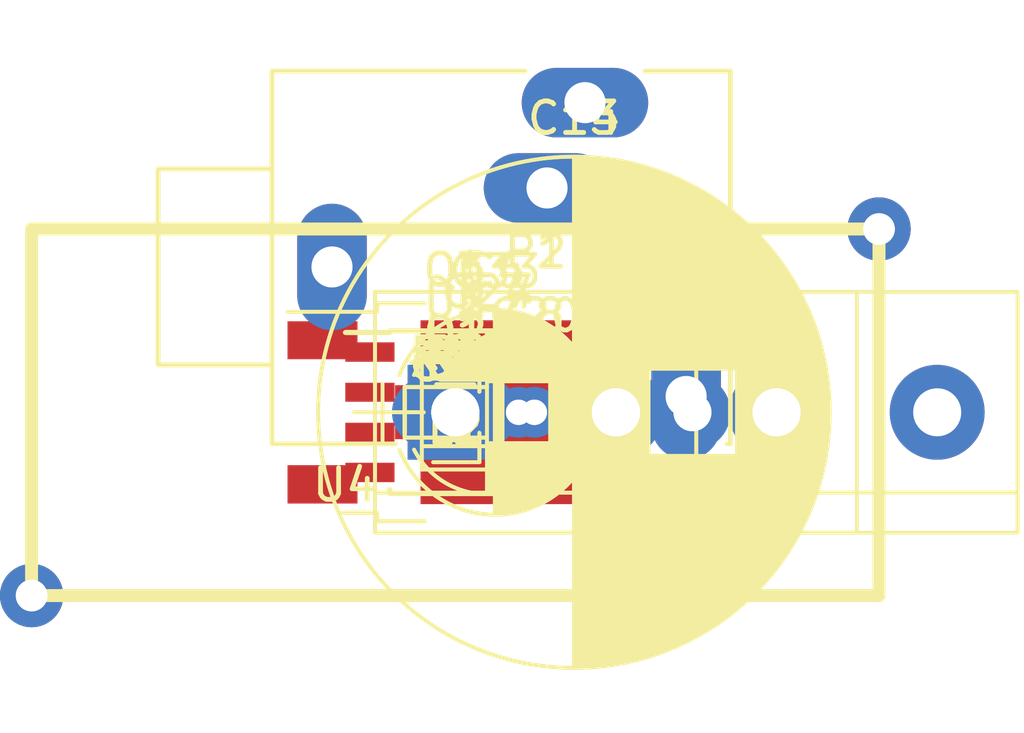
<source format=kicad_pcb>
(kicad_pcb (version 4) (host pcbnew 4.0.4-stable)
  (layers (0 F.Cu signal) (31 B.Cu signal) (34 B.Paste user) (35 F.Paste user) (36 B.SilkS user) (37 F.SilkS user) (38 B.Mask user) (39 F.Mask user) (44 Edge.Cuts user))
  (net 0 "")
  (net 1 +12V)
  (net 2 GND)
  (net 3 +5V)
  (net 4 -5V)
  (net 5 -12V)
  (net 6 "Net-(C6-Pad1)")
  (net 7 "Net-(C7-Pad1)")
  (net 8 "Net-(C7-Pad2)")
  (net 9 "Net-(C8-Pad1)")
  (net 10 "Net-(C9-Pad1)")
  (net 11 "Net-(C12-Pad1)")
  (net 12 VDD)
  (net 13 VSS)
  (net 14 "Net-(C18-Pad1)")
  (net 15 "Net-(C19-Pad1)")
  (net 16 "Net-(C19-Pad2)")
  (net 17 "Net-(C20-Pad1)")
  (net 18 "Net-(C21-Pad1)")
  (net 19 "Net-(C22-Pad1)")
  (net 20 "Net-(C23-Pad2)")
  (net 21 "Net-(C24-Pad2)")
  (net 22 "Net-(C27-Pad1)")
  (net 23 "Net-(C27-Pad2)")
  (net 24 "Net-(C29-Pad1)")
  (net 25 "Net-(C30-Pad1)")
  (net 26 /VSS+12V)
  (net 27 "Net-(D1-Pad1)")
  (net 28 "Net-(D2-Pad2)")
  (net 29 "Net-(D3-Pad1)")
  (net 30 "Net-(D4-Pad1)")
  (net 31 "Net-(D5-Pad1)")
  (net 32 "Net-(D6-Pad1)")
  (net 33 "Net-(L1-Pad1)")
  (net 34 "Net-(L2-Pad1)")
  (net 35 "Net-(Q3-Pad1)")
  (net 36 "Net-(Q4-Pad1)")
  (net 37 "Net-(Q5-Pad1)")
  (net 38 "Net-(Q6-Pad1)")
  (net 39 "Net-(R5-Pad2)")
  (net 40 "Net-(R12-Pad1)")
  (net 41 "Net-(R9-Pad2)")
  (net 42 "Net-(R11-Pad1)")
  (net 43 "Net-(R13-Pad1)")
  (net 44 "Net-(R16-Pad2)")
  (net 45 "Net-(R17-Pad1)")
  (net 46 "Net-(R21-Pad2)")
  (net 47 "Net-(R23-Pad2)")
  (net 48 "Net-(R24-Pad2)")
  (net 49 "Net-(U1-Pad1)")
  (net 50 "Net-(U5-Pad1)")
  (module Capacitors_SMD:C_0805 (layer F.Cu) (at 148.5011 105.0036)
    (fp_text reference C1 (at 0 -1.5) (layer F.SilkS))
    (fp_text value 100n)
    (pad 1 smd rect (at -1 0) (size 1 1.25) (layers F.Cu F.Paste F.Mask) (net 1 +12V))
    (pad 2 smd rect (at 1 0) (size 1 1.25) (layers F.Cu F.Paste F.Mask) (net 2 GND))
  )
  (module Capacitors_SMD:C_0805 (layer F.Cu) (at 148.5011 105.0036)
    (fp_text reference C2 (at 0 -1.5) (layer F.SilkS))
    (fp_text value 100n)
    (pad 1 smd rect (at -1 0) (size 1 1.25) (layers F.Cu F.Paste F.Mask) (net 3 +5V))
    (pad 2 smd rect (at 1 0) (size 1 1.25) (layers F.Cu F.Paste F.Mask) (net 2 GND))
  )
  (module Capacitors_SMD:C_0805 (layer F.Cu) (at 148.5011 105.0036)
    (fp_text reference C3 (at 0 -1.5) (layer F.SilkS))
    (fp_text value 100n)
    (pad 1 smd rect (at -1 0) (size 1 1.25) (layers F.Cu F.Paste F.Mask) (net 4 -5V))
    (pad 2 smd rect (at 1 0) (size 1 1.25) (layers F.Cu F.Paste F.Mask) (net 2 GND))
  )
  (module Capacitors_ThroughHole:CP_Radial_D6.3mm_P2.50mm (layer F.Cu) (at 148.5011 105.0036)
    (fp_text reference C4 (at 1.25 -4.46) (layer F.SilkS))
    (fp_text value 100u)
    (pad 1 thru_hole rect (at 0 0) (size 1.6 1.6) (drill 0.8) (layers *.Cu *.Mask) (net 1 +12V))
    (pad 2 thru_hole circle (at 2.5 0) (size 1.6 1.6) (drill 0.8) (layers *.Cu *.Mask) (net 2 GND))
  )
  (module Capacitors_ThroughHole:CP_Radial_D6.3mm_P2.50mm (layer F.Cu) (at 148.5011 105.0036)
    (fp_text reference C5 (at 1.25 -4.46) (layer F.SilkS))
    (fp_text value 100u)
    (pad 1 thru_hole rect (at 0 0) (size 1.6 1.6) (drill 0.8) (layers *.Cu *.Mask) (net 2 GND))
    (pad 2 thru_hole circle (at 2.5 0) (size 1.6 1.6) (drill 0.8) (layers *.Cu *.Mask) (net 5 -12V))
  )
  (module Capacitors_SMD:C_0805 (layer F.Cu) (at 148.5011 105.0036)
    (fp_text reference C6 (at 0 -1.5) (layer F.SilkS))
    (fp_text value 120p)
    (pad 1 smd rect (at -1 0) (size 1 1.25) (layers F.Cu F.Paste F.Mask) (net 6 "Net-(C6-Pad1)"))
    (pad 2 smd rect (at 1 0) (size 1 1.25) (layers F.Cu F.Paste F.Mask) (net 2 GND))
  )
  (module Capacitors_SMD:C_0805 (layer F.Cu) (at 148.5011 105.0036)
    (fp_text reference C7 (at 0 -1.5) (layer F.SilkS))
    (fp_text value 100n)
    (pad 1 smd rect (at -1 0) (size 1 1.25) (layers F.Cu F.Paste F.Mask) (net 7 "Net-(C7-Pad1)"))
    (pad 2 smd rect (at 1 0) (size 1 1.25) (layers F.Cu F.Paste F.Mask) (net 8 "Net-(C7-Pad2)"))
  )
  (module Capacitors_ThroughHole:C_Rect_L7.0mm_W3.5mm_P5.00mm (layer F.Cu) (at 148.5011 105.0036)
    (fp_text reference C8 (at 2.5 -3.06) (layer F.SilkS))
    (fp_text value 390n)
    (pad 1 thru_hole circle (at 0 0) (size 1.6 1.6) (drill 0.8) (layers *.Cu *.Mask) (net 9 "Net-(C8-Pad1)"))
    (pad 2 thru_hole circle (at 5 0) (size 1.6 1.6) (drill 0.8) (layers *.Cu *.Mask) (net 2 GND))
  )
  (module Capacitors_SMD:C_0805 (layer F.Cu) (at 148.5011 105.0036)
    (fp_text reference C9 (at 0 -1.5) (layer F.SilkS))
    (fp_text value 120p)
    (pad 1 smd rect (at -1 0) (size 1 1.25) (layers F.Cu F.Paste F.Mask) (net 10 "Net-(C9-Pad1)"))
    (pad 2 smd rect (at 1 0) (size 1 1.25) (layers F.Cu F.Paste F.Mask) (net 2 GND))
  )
  (module Capacitors_SMD:C_0805 (layer F.Cu) (at 148.5011 105.0036)
    (fp_text reference C10 (at 0 -1.5) (layer F.SilkS))
    (fp_text value 100n)
    (pad 1 smd rect (at -1 0) (size 1 1.25) (layers F.Cu F.Paste F.Mask) (net 5 -12V))
    (pad 2 smd rect (at 1 0) (size 1 1.25) (layers F.Cu F.Paste F.Mask) (net 2 GND))
  )
  (module Capacitors_SMD:C_0805 (layer F.Cu) (at 148.5011 105.0036)
    (fp_text reference C11 (at 0 -1.5) (layer F.SilkS))
    (fp_text value 100n)
    (pad 1 smd rect (at -1 0) (size 1 1.25) (layers F.Cu F.Paste F.Mask) (net 1 +12V))
    (pad 2 smd rect (at 1 0) (size 1 1.25) (layers F.Cu F.Paste F.Mask) (net 2 GND))
  )
  (module Capacitors_SMD:C_0805 (layer F.Cu) (at 148.5011 105.0036)
    (fp_text reference C12 (at 0 -1.5) (layer F.SilkS))
    (fp_text value 56n)
    (pad 1 smd rect (at -1 0) (size 1 1.25) (layers F.Cu F.Paste F.Mask) (net 11 "Net-(C12-Pad1)"))
    (pad 2 smd rect (at 1 0) (size 1 1.25) (layers F.Cu F.Paste F.Mask) (net 2 GND))
  )
  (module Capacitors_ThroughHole:CP_Radial_D16.0mm_P7.50mm (layer F.Cu) (at 148.5011 105.0036)
    (fp_text reference C13 (at 3.75 -9.31) (layer F.SilkS))
    (fp_text value 2200u)
    (pad 1 thru_hole rect (at 0 0) (size 2.4 2.4) (drill 1.2) (layers *.Cu *.Mask) (net 12 VDD))
    (pad 2 thru_hole circle (at 7.5 0) (size 2.4 2.4) (drill 1.2) (layers *.Cu *.Mask) (net 2 GND))
  )
  (module Capacitors_ThroughHole:CP_Radial_D16.0mm_P7.50mm (layer F.Cu) (at 148.5011 105.0036)
    (fp_text reference C14 (at 3.75 -9.31) (layer F.SilkS))
    (fp_text value 2200u)
    (pad 1 thru_hole rect (at 0 0) (size 2.4 2.4) (drill 1.2) (layers *.Cu *.Mask) (net 2 GND))
    (pad 2 thru_hole circle (at 7.5 0) (size 2.4 2.4) (drill 1.2) (layers *.Cu *.Mask) (net 13 VSS))
  )
  (module Capacitors_SMD:C_0805 (layer F.Cu) (at 148.5011 105.0036)
    (fp_text reference C15 (at 0 -1.5) (layer F.SilkS))
    (fp_text value 100n)
    (pad 1 smd rect (at -1 0) (size 1 1.25) (layers F.Cu F.Paste F.Mask) (net 1 +12V))
    (pad 2 smd rect (at 1 0) (size 1 1.25) (layers F.Cu F.Paste F.Mask) (net 2 GND))
  )
  (module Capacitors_SMD:C_0805 (layer F.Cu) (at 148.5011 105.0036)
    (fp_text reference C16 (at 0 -1.5) (layer F.SilkS))
    (fp_text value 100n)
    (pad 1 smd rect (at -1 0) (size 1 1.25) (layers F.Cu F.Paste F.Mask) (net 3 +5V))
    (pad 2 smd rect (at 1 0) (size 1 1.25) (layers F.Cu F.Paste F.Mask) (net 2 GND))
  )
  (module Capacitors_SMD:C_0805 (layer F.Cu) (at 148.5011 105.0036)
    (fp_text reference C17 (at 0 -1.5) (layer F.SilkS))
    (fp_text value 100n)
    (pad 1 smd rect (at -1 0) (size 1 1.25) (layers F.Cu F.Paste F.Mask) (net 4 -5V))
    (pad 2 smd rect (at 1 0) (size 1 1.25) (layers F.Cu F.Paste F.Mask) (net 2 GND))
  )
  (module Capacitors_SMD:C_0805 (layer F.Cu) (at 148.5011 105.0036)
    (fp_text reference C18 (at 0 -1.5) (layer F.SilkS))
    (fp_text value 120p)
    (pad 1 smd rect (at -1 0) (size 1 1.25) (layers F.Cu F.Paste F.Mask) (net 14 "Net-(C18-Pad1)"))
    (pad 2 smd rect (at 1 0) (size 1 1.25) (layers F.Cu F.Paste F.Mask) (net 2 GND))
  )
  (module Capacitors_SMD:C_0805 (layer F.Cu) (at 148.5011 105.0036)
    (fp_text reference C19 (at 0 -1.5) (layer F.SilkS))
    (fp_text value 100n)
    (pad 1 smd rect (at -1 0) (size 1 1.25) (layers F.Cu F.Paste F.Mask) (net 15 "Net-(C19-Pad1)"))
    (pad 2 smd rect (at 1 0) (size 1 1.25) (layers F.Cu F.Paste F.Mask) (net 16 "Net-(C19-Pad2)"))
  )
  (module Capacitors_ThroughHole:C_Rect_L7.0mm_W3.5mm_P5.00mm (layer F.Cu) (at 148.5011 105.0036)
    (fp_text reference C20 (at 2.5 -3.06) (layer F.SilkS))
    (fp_text value 390n)
    (pad 1 thru_hole circle (at 0 0) (size 1.6 1.6) (drill 0.8) (layers *.Cu *.Mask) (net 17 "Net-(C20-Pad1)"))
    (pad 2 thru_hole circle (at 5 0) (size 1.6 1.6) (drill 0.8) (layers *.Cu *.Mask) (net 2 GND))
  )
  (module Capacitors_SMD:C_0805 (layer F.Cu) (at 148.5011 105.0036)
    (fp_text reference C21 (at 0 -1.5) (layer F.SilkS))
    (fp_text value 120p)
    (pad 1 smd rect (at -1 0) (size 1 1.25) (layers F.Cu F.Paste F.Mask) (net 18 "Net-(C21-Pad1)"))
    (pad 2 smd rect (at 1 0) (size 1 1.25) (layers F.Cu F.Paste F.Mask) (net 2 GND))
  )
  (module Capacitors_SMD:C_0805 (layer F.Cu) (at 148.5011 105.0036)
    (fp_text reference C22 (at 0 -1.5) (layer F.SilkS))
    (fp_text value 56n)
    (pad 1 smd rect (at -1 0) (size 1 1.25) (layers F.Cu F.Paste F.Mask) (net 19 "Net-(C22-Pad1)"))
    (pad 2 smd rect (at 1 0) (size 1 1.25) (layers F.Cu F.Paste F.Mask) (net 2 GND))
  )
  (module Capacitors_SMD:C_0805 (layer F.Cu) (at 148.5011 105.0036)
    (fp_text reference C23 (at 0 -1.5) (layer F.SilkS))
    (fp_text value 100n)
    (pad 1 smd rect (at -1 0) (size 1 1.25) (layers F.Cu F.Paste F.Mask) (net 2 GND))
    (pad 2 smd rect (at 1 0) (size 1 1.25) (layers F.Cu F.Paste F.Mask) (net 20 "Net-(C23-Pad2)"))
  )
  (module Capacitors_ThroughHole:CP_Radial_D5.0mm_P2.00mm (layer F.Cu) (at 148.5011 105.0036)
    (fp_text reference C24 (at 1 -3.81) (layer F.SilkS))
    (fp_text value 5.6u)
    (pad 1 thru_hole rect (at 0 0) (size 1.6 1.6) (drill 0.8) (layers *.Cu *.Mask) (net 20 "Net-(C23-Pad2)"))
    (pad 2 thru_hole circle (at 2 0) (size 1.6 1.6) (drill 0.8) (layers *.Cu *.Mask) (net 21 "Net-(C24-Pad2)"))
  )
  (module Capacitors_SMD:C_0805 (layer F.Cu) (at 148.5011 105.0036)
    (fp_text reference C25 (at 0 -1.5) (layer F.SilkS))
    (fp_text value 100n)
    (pad 1 smd rect (at -1 0) (size 1 1.25) (layers F.Cu F.Paste F.Mask) (net 12 VDD))
    (pad 2 smd rect (at 1 0) (size 1 1.25) (layers F.Cu F.Paste F.Mask) (net 2 GND))
  )
  (module Capacitors_SMD:C_0805 (layer F.Cu) (at 148.5011 105.0036)
    (fp_text reference C26 (at 0 -1.5) (layer F.SilkS))
    (fp_text value 100n)
    (pad 1 smd rect (at -1 0) (size 1 1.25) (layers F.Cu F.Paste F.Mask) (net 13 VSS))
    (pad 2 smd rect (at 1 0) (size 1 1.25) (layers F.Cu F.Paste F.Mask) (net 2 GND))
  )
  (module Capacitors_ThroughHole:CP_Radial_D5.0mm_P2.00mm (layer F.Cu) (at 148.5011 105.0036)
    (fp_text reference C27 (at 1 -3.81) (layer F.SilkS))
    (fp_text value 5.6u)
    (pad 1 thru_hole rect (at 0 0) (size 1.6 1.6) (drill 0.8) (layers *.Cu *.Mask) (net 22 "Net-(C27-Pad1)"))
    (pad 2 thru_hole circle (at 2 0) (size 1.6 1.6) (drill 0.8) (layers *.Cu *.Mask) (net 23 "Net-(C27-Pad2)"))
  )
  (module Capacitors_SMD:C_0805 (layer F.Cu) (at 148.5011 105.0036)
    (fp_text reference C28 (at 0 -1.5) (layer F.SilkS))
    (fp_text value 100n)
    (pad 1 smd rect (at -1 0) (size 1 1.25) (layers F.Cu F.Paste F.Mask) (net 22 "Net-(C27-Pad1)"))
    (pad 2 smd rect (at 1 0) (size 1 1.25) (layers F.Cu F.Paste F.Mask) (net 2 GND))
  )
  (module Capacitors_SMD:C_0805 (layer F.Cu) (at 148.5011 105.0036)
    (fp_text reference C29 (at 0 -1.5) (layer F.SilkS))
    (fp_text value 22p)
    (pad 1 smd rect (at -1 0) (size 1 1.25) (layers F.Cu F.Paste F.Mask) (net 24 "Net-(C29-Pad1)"))
    (pad 2 smd rect (at 1 0) (size 1 1.25) (layers F.Cu F.Paste F.Mask) (net 11 "Net-(C12-Pad1)"))
  )
  (module Capacitors_SMD:C_0805 (layer F.Cu) (at 148.5011 105.0036)
    (fp_text reference C30 (at 0 -1.5) (layer F.SilkS))
    (fp_text value 22p)
    (pad 1 smd rect (at -1 0) (size 1 1.25) (layers F.Cu F.Paste F.Mask) (net 25 "Net-(C30-Pad1)"))
    (pad 2 smd rect (at 1 0) (size 1 1.25) (layers F.Cu F.Paste F.Mask) (net 19 "Net-(C22-Pad1)"))
  )
  (module Capacitors_SMD:C_0805 (layer F.Cu) (at 148.5011 105.0036)
    (fp_text reference C31 (at 0 -1.5) (layer F.SilkS))
    (fp_text value 100n)
    (pad 1 smd rect (at -1 0) (size 1 1.25) (layers F.Cu F.Paste F.Mask) (net 12 VDD))
    (pad 2 smd rect (at 1 0) (size 1 1.25) (layers F.Cu F.Paste F.Mask) (net 2 GND))
  )
  (module Capacitors_SMD:C_0805 (layer F.Cu) (at 148.5011 105.0036)
    (fp_text reference C32 (at 0 -1.5) (layer F.SilkS))
    (fp_text value 100n)
    (pad 1 smd rect (at -1 0) (size 1 1.25) (layers F.Cu F.Paste F.Mask) (net 13 VSS))
    (pad 2 smd rect (at 1 0) (size 1 1.25) (layers F.Cu F.Paste F.Mask) (net 2 GND))
  )
  (module Capacitors_ThroughHole:CP_Radial_D6.3mm_P2.50mm (layer F.Cu) (at 148.5011 105.0036)
    (fp_text reference C33 (at 1.25 -4.46) (layer F.SilkS))
    (fp_text value 100u)
    (pad 1 thru_hole rect (at 0 0) (size 1.6 1.6) (drill 0.8) (layers *.Cu *.Mask) (net 13 VSS))
    (pad 2 thru_hole circle (at 2.5 0) (size 1.6 1.6) (drill 0.8) (layers *.Cu *.Mask) (net 26 /VSS+12V))
  )
  (module TO_SOT_Packages_SMD:SOT-23 (layer F.Cu) (at 148.5011 105.0036)
    (fp_text reference D1 (at 0 -2.5) (layer F.SilkS))
    (fp_text value BZX84C5V6)
    (pad 1 smd rect (at -1 -0.95) (size 0.9 0.8) (layers F.Cu F.Paste F.Mask) (net 27 "Net-(D1-Pad1)"))
    (pad 2 smd rect (at -1 0.95) (size 0.9 0.8) (layers F.Cu F.Paste F.Mask) (net 2 GND))
    (pad 3 smd rect (at 1 0) (size 0.9 0.8) (layers F.Cu F.Paste F.Mask))
  )
  (module TO_SOT_Packages_SMD:SOT-23 (layer F.Cu) (at 148.5011 105.0036)
    (fp_text reference D2 (at 0 -2.5) (layer F.SilkS))
    (fp_text value BZX84C5V6)
    (pad 1 smd rect (at -1 -0.95) (size 0.9 0.8) (layers F.Cu F.Paste F.Mask) (net 2 GND))
    (pad 2 smd rect (at -1 0.95) (size 0.9 0.8) (layers F.Cu F.Paste F.Mask) (net 28 "Net-(D2-Pad2)"))
    (pad 3 smd rect (at 1 0) (size 0.9 0.8) (layers F.Cu F.Paste F.Mask))
  )
  (module Diodes_SMD:D_0805 (layer F.Cu) (at 148.5011 105.0036)
    (fp_text reference D3 (at 0 -1.6) (layer F.SilkS))
    (fp_text value TS4148RY)
    (pad 1 smd rect (at -1.05 0) (size 0.8 0.9) (layers F.Cu F.Paste F.Mask) (net 29 "Net-(D3-Pad1)"))
    (pad 2 smd rect (at 1.05 0) (size 0.8 0.9) (layers F.Cu F.Paste F.Mask) (net 6 "Net-(C6-Pad1)"))
  )
  (module Diodes_SMD:D_0805 (layer F.Cu) (at 148.5011 105.0036)
    (fp_text reference D4 (at 0 -1.6) (layer F.SilkS))
    (fp_text value TS4148RY)
    (pad 1 smd rect (at -1.05 0) (size 0.8 0.9) (layers F.Cu F.Paste F.Mask) (net 30 "Net-(D4-Pad1)"))
    (pad 2 smd rect (at 1.05 0) (size 0.8 0.9) (layers F.Cu F.Paste F.Mask) (net 10 "Net-(C9-Pad1)"))
  )
  (module Diodes_SMD:D_0805 (layer F.Cu) (at 148.5011 105.0036)
    (fp_text reference D5 (at 0 -1.6) (layer F.SilkS))
    (fp_text value TS4148RY)
    (pad 1 smd rect (at -1.05 0) (size 0.8 0.9) (layers F.Cu F.Paste F.Mask) (net 31 "Net-(D5-Pad1)"))
    (pad 2 smd rect (at 1.05 0) (size 0.8 0.9) (layers F.Cu F.Paste F.Mask) (net 14 "Net-(C18-Pad1)"))
  )
  (module Diodes_SMD:D_0805 (layer F.Cu) (at 148.5011 105.0036)
    (fp_text reference D6 (at 0 -1.6) (layer F.SilkS))
    (fp_text value TS4148RY)
    (pad 1 smd rect (at -1.05 0) (size 0.8 0.9) (layers F.Cu F.Paste F.Mask) (net 32 "Net-(D6-Pad1)"))
    (pad 2 smd rect (at 1.05 0) (size 0.8 0.9) (layers F.Cu F.Paste F.Mask) (net 18 "Net-(C21-Pad1)"))
  )
  (module e5spk:3C20 (layer F.Cu) (at 148.5011 105.0036)
    (fp_text reference L1 (at 0 0.5) (layer F.SilkS))
    (fp_text value 51u)
    (pad 2 thru_hole circle (at 13.4 -5.8) (size 2 2) (drill 1) (layers *.Cu *.Mask) (net 9 "Net-(C8-Pad1)"))
    (pad 1 thru_hole circle (at -13.4 5.8) (size 2 2) (drill 1) (layers *.Cu *.Mask) (net 33 "Net-(L1-Pad1)"))
  )
  (module e5spk:3C20 (layer F.Cu) (at 148.5011 105.0036)
    (fp_text reference L2 (at 0 0.5) (layer F.SilkS))
    (fp_text value 51u)
    (pad 2 thru_hole circle (at 13.4 -5.8) (size 2 2) (drill 1) (layers *.Cu *.Mask) (net 17 "Net-(C20-Pad1)"))
    (pad 1 thru_hole circle (at -13.4 5.8) (size 2 2) (drill 1) (layers *.Cu *.Mask) (net 34 "Net-(L2-Pad1)"))
  )
  (module Terminal_Blocks:TerminalBlock_bornier-2_P5.08mm (layer F.Cu) (at 148.5011 105.0036)
    (fp_text reference P1 (at 2.54 -5.08) (layer F.SilkS))
    (fp_text value ROUT)
    (pad 1 thru_hole rect (at 0 0) (size 3 3) (drill 1.52) (layers *.Cu *.Mask) (net 9 "Net-(C8-Pad1)"))
    (pad 2 thru_hole circle (at 5.08 0) (size 3 3) (drill 1.52) (layers *.Cu *.Mask) (net 2 GND))
  )
  (module Terminal_Blocks:TerminalBlock_bornier-2_P5.08mm (layer F.Cu) (at 148.5011 105.0036)
    (fp_text reference P2 (at 2.54 -5.08) (layer F.SilkS))
    (fp_text value LOUT)
    (pad 1 thru_hole rect (at 0 0) (size 3 3) (drill 1.52) (layers *.Cu *.Mask) (net 17 "Net-(C20-Pad1)"))
    (pad 2 thru_hole circle (at 5.08 0) (size 3 3) (drill 1.52) (layers *.Cu *.Mask) (net 2 GND))
  )
  (module Terminal_Blocks:TerminalBlock_bornier-4_P5.08mm (layer F.Cu) (at 148.5011 105.0036)
    (fp_text reference P3 (at 7.6 -4.8) (layer F.SilkS))
    (fp_text value CONN_01X04)
    (pad 2 thru_hole circle (at 5.08 0) (size 3 3) (drill 1.52) (layers *.Cu *.Mask) (net 2 GND))
    (pad 3 thru_hole circle (at 10.16 0) (size 3 3) (drill 1.52) (layers *.Cu *.Mask) (net 26 /VSS+12V))
    (pad 1 thru_hole rect (at 0 0) (size 3 3) (drill 1.52) (layers *.Cu *.Mask) (net 12 VDD))
    (pad 4 thru_hole circle (at 15.24 0) (size 3 3) (drill 1.52) (layers *.Cu *.Mask) (net 13 VSS))
  )
  (module Terminal_Blocks:TerminalBlock_bornier-3_P5.08mm (layer F.Cu) (at 148.5011 105.0036)
    (fp_text reference P4 (at 5.05 -4.65) (layer F.SilkS))
    (fp_text value 2x12V)
    (pad 1 thru_hole rect (at 0 0) (size 3 3) (drill 1.52) (layers *.Cu *.Mask) (net 1 +12V))
    (pad 2 thru_hole circle (at 5.08 0) (size 3 3) (drill 1.52) (layers *.Cu *.Mask) (net 2 GND))
    (pad 3 thru_hole circle (at 10.16 0) (size 3 3) (drill 1.52) (layers *.Cu *.Mask) (net 5 -12V))
  )
  (module TO_SOT_Packages_SMD:SOT-23 (layer F.Cu) (at 148.5011 105.0036)
    (fp_text reference Q1 (at 0 -2.5) (layer F.SilkS))
    (fp_text value BC847)
    (pad 1 smd rect (at -1 -0.95) (size 0.9 0.8) (layers F.Cu F.Paste F.Mask) (net 27 "Net-(D1-Pad1)"))
    (pad 2 smd rect (at -1 0.95) (size 0.9 0.8) (layers F.Cu F.Paste F.Mask) (net 3 +5V))
    (pad 3 smd rect (at 1 0) (size 0.9 0.8) (layers F.Cu F.Paste F.Mask) (net 1 +12V))
  )
  (module TO_SOT_Packages_SMD:SOT-23 (layer F.Cu) (at 148.5011 105.0036)
    (fp_text reference Q2 (at 0 -2.5) (layer F.SilkS))
    (fp_text value BC857)
    (pad 1 smd rect (at -1 -0.95) (size 0.9 0.8) (layers F.Cu F.Paste F.Mask) (net 28 "Net-(D2-Pad2)"))
    (pad 2 smd rect (at -1 0.95) (size 0.9 0.8) (layers F.Cu F.Paste F.Mask) (net 4 -5V))
    (pad 3 smd rect (at 1 0) (size 0.9 0.8) (layers F.Cu F.Paste F.Mask) (net 5 -12V))
  )
  (module TO_SOT_Packages_SMD:TO-252-2 (layer F.Cu) (at 148.5011 105.0036)
    (fp_text reference Q3 (at 0 -4.5) (layer F.SilkS))
    (fp_text value IPD180N10)
    (pad 1 smd rect (at -4.2 -2.28) (size 2.2 1.2) (layers F.Cu F.Paste F.Mask) (net 35 "Net-(Q3-Pad1)"))
    (pad 3 smd rect (at -4.2 2.28) (size 2.2 1.2) (layers F.Cu F.Paste F.Mask) (net 33 "Net-(L1-Pad1)"))
    (pad 2 smd rect (at 2.1 0) (size 6.4 5.8) (layers F.Cu F.Mask) (net 12 VDD))
    (pad 2 smd rect (at 3.775 1.525) (size 3.05 2.75) (layers F.Cu F.Paste) (net 12 VDD))
    (pad 2 smd rect (at 0.425 -1.525) (size 3.05 2.75) (layers F.Cu F.Paste) (net 12 VDD))
    (pad 2 smd rect (at 3.775 -1.525) (size 3.05 2.75) (layers F.Cu F.Paste) (net 12 VDD))
    (pad 2 smd rect (at 0.425 1.525) (size 3.05 2.75) (layers F.Cu F.Paste) (net 12 VDD))
  )
  (module TO_SOT_Packages_SMD:TO-252-2 (layer F.Cu) (at 148.5011 105.0036)
    (fp_text reference Q4 (at 0 -4.5) (layer F.SilkS))
    (fp_text value IPD180N10)
    (pad 1 smd rect (at -4.2 -2.28) (size 2.2 1.2) (layers F.Cu F.Paste F.Mask) (net 36 "Net-(Q4-Pad1)"))
    (pad 3 smd rect (at -4.2 2.28) (size 2.2 1.2) (layers F.Cu F.Paste F.Mask) (net 13 VSS))
    (pad 2 smd rect (at 2.1 0) (size 6.4 5.8) (layers F.Cu F.Mask) (net 33 "Net-(L1-Pad1)"))
    (pad 2 smd rect (at 3.775 1.525) (size 3.05 2.75) (layers F.Cu F.Paste) (net 33 "Net-(L1-Pad1)"))
    (pad 2 smd rect (at 0.425 -1.525) (size 3.05 2.75) (layers F.Cu F.Paste) (net 33 "Net-(L1-Pad1)"))
    (pad 2 smd rect (at 3.775 -1.525) (size 3.05 2.75) (layers F.Cu F.Paste) (net 33 "Net-(L1-Pad1)"))
    (pad 2 smd rect (at 0.425 1.525) (size 3.05 2.75) (layers F.Cu F.Paste) (net 33 "Net-(L1-Pad1)"))
  )
  (module TO_SOT_Packages_SMD:TO-252-2 (layer F.Cu) (at 148.5011 105.0036)
    (fp_text reference Q5 (at 0 -4.5) (layer F.SilkS))
    (fp_text value IPD180N10)
    (pad 1 smd rect (at -4.2 -2.28) (size 2.2 1.2) (layers F.Cu F.Paste F.Mask) (net 37 "Net-(Q5-Pad1)"))
    (pad 3 smd rect (at -4.2 2.28) (size 2.2 1.2) (layers F.Cu F.Paste F.Mask) (net 34 "Net-(L2-Pad1)"))
    (pad 2 smd rect (at 2.1 0) (size 6.4 5.8) (layers F.Cu F.Mask) (net 12 VDD))
    (pad 2 smd rect (at 3.775 1.525) (size 3.05 2.75) (layers F.Cu F.Paste) (net 12 VDD))
    (pad 2 smd rect (at 0.425 -1.525) (size 3.05 2.75) (layers F.Cu F.Paste) (net 12 VDD))
    (pad 2 smd rect (at 3.775 -1.525) (size 3.05 2.75) (layers F.Cu F.Paste) (net 12 VDD))
    (pad 2 smd rect (at 0.425 1.525) (size 3.05 2.75) (layers F.Cu F.Paste) (net 12 VDD))
  )
  (module TO_SOT_Packages_SMD:TO-252-2 (layer F.Cu) (at 148.5011 105.0036)
    (fp_text reference Q6 (at 0 -4.5) (layer F.SilkS))
    (fp_text value IPD180N10)
    (pad 1 smd rect (at -4.2 -2.28) (size 2.2 1.2) (layers F.Cu F.Paste F.Mask) (net 38 "Net-(Q6-Pad1)"))
    (pad 3 smd rect (at -4.2 2.28) (size 2.2 1.2) (layers F.Cu F.Paste F.Mask) (net 13 VSS))
    (pad 2 smd rect (at 2.1 0) (size 6.4 5.8) (layers F.Cu F.Mask) (net 34 "Net-(L2-Pad1)"))
    (pad 2 smd rect (at 3.775 1.525) (size 3.05 2.75) (layers F.Cu F.Paste) (net 34 "Net-(L2-Pad1)"))
    (pad 2 smd rect (at 0.425 -1.525) (size 3.05 2.75) (layers F.Cu F.Paste) (net 34 "Net-(L2-Pad1)"))
    (pad 2 smd rect (at 3.775 -1.525) (size 3.05 2.75) (layers F.Cu F.Paste) (net 34 "Net-(L2-Pad1)"))
    (pad 2 smd rect (at 0.425 1.525) (size 3.05 2.75) (layers F.Cu F.Paste) (net 34 "Net-(L2-Pad1)"))
  )
  (module Resistors_SMD:R_0805 (layer F.Cu) (at 148.5011 105.0036)
    (fp_text reference R1 (at 0 -1.65) (layer F.SilkS))
    (fp_text value 2.2k)
    (pad 1 smd rect (at -0.95 0) (size 0.7 1.3) (layers F.Cu F.Paste F.Mask) (net 27 "Net-(D1-Pad1)"))
    (pad 2 smd rect (at 0.95 0) (size 0.7 1.3) (layers F.Cu F.Paste F.Mask) (net 1 +12V))
  )
  (module Resistors_SMD:R_0805 (layer F.Cu) (at 148.5011 105.0036)
    (fp_text reference R2 (at 0 -1.65) (layer F.SilkS))
    (fp_text value 2.2k)
    (pad 1 smd rect (at -0.95 0) (size 0.7 1.3) (layers F.Cu F.Paste F.Mask) (net 28 "Net-(D2-Pad2)"))
    (pad 2 smd rect (at 0.95 0) (size 0.7 1.3) (layers F.Cu F.Paste F.Mask) (net 5 -12V))
  )
  (module Resistors_SMD:R_0805 (layer F.Cu) (at 148.5011 105.0036)
    (fp_text reference R3 (at 0 -1.65) (layer F.SilkS))
    (fp_text value 100)
    (pad 1 smd rect (at -0.95 0) (size 0.7 1.3) (layers F.Cu F.Paste F.Mask) (net 24 "Net-(C29-Pad1)"))
    (pad 2 smd rect (at 0.95 0) (size 0.7 1.3) (layers F.Cu F.Paste F.Mask) (net 2 GND))
  )
  (module Resistors_SMD:R_0805 (layer F.Cu) (at 148.5011 105.0036)
    (fp_text reference R4 (at 0 -1.65) (layer F.SilkS))
    (fp_text value 100k)
    (pad 1 smd rect (at -0.95 0) (size 0.7 1.3) (layers F.Cu F.Paste F.Mask) (net 33 "Net-(L1-Pad1)"))
    (pad 2 smd rect (at 0.95 0) (size 0.7 1.3) (layers F.Cu F.Paste F.Mask) (net 24 "Net-(C29-Pad1)"))
  )
  (module Resistors_SMD:R_1206 (layer F.Cu) (at 148.5011 105.0036)
    (fp_text reference R5 (at 0 -1.85) (layer F.SilkS))
    (fp_text value 4.7)
    (pad 1 smd rect (at -1.45 0) (size 0.9 1.7) (layers F.Cu F.Paste F.Mask) (net 35 "Net-(Q3-Pad1)"))
    (pad 2 smd rect (at 1.45 0) (size 0.9 1.7) (layers F.Cu F.Paste F.Mask) (net 39 "Net-(R5-Pad2)"))
  )
  (module Resistors_SMD:R_0805 (layer F.Cu) (at 148.5011 105.0036)
    (fp_text reference R6 (at 0 -1.65) (layer F.SilkS))
    (fp_text value 1k)
    (pad 1 smd rect (at -0.95 0) (size 0.7 1.3) (layers F.Cu F.Paste F.Mask) (net 6 "Net-(C6-Pad1)"))
    (pad 2 smd rect (at 0.95 0) (size 0.7 1.3) (layers F.Cu F.Paste F.Mask) (net 29 "Net-(D3-Pad1)"))
  )
  (module Resistors_SMD:R_0805 (layer F.Cu) (at 148.5011 105.0036)
    (fp_text reference R7 (at 0 -1.65) (layer F.SilkS))
    (fp_text value 1k)
    (pad 1 smd rect (at -0.95 0) (size 0.7 1.3) (layers F.Cu F.Paste F.Mask) (net 11 "Net-(C12-Pad1)"))
    (pad 2 smd rect (at 0.95 0) (size 0.7 1.3) (layers F.Cu F.Paste F.Mask) (net 40 "Net-(R12-Pad1)"))
  )
  (module Resistors_SMD:R_0805 (layer F.Cu) (at 148.5011 105.0036)
    (fp_text reference R8 (at 0 -1.65) (layer F.SilkS))
    (fp_text value 1k)
    (pad 1 smd rect (at -0.95 0) (size 0.7 1.3) (layers F.Cu F.Paste F.Mask) (net 10 "Net-(C9-Pad1)"))
    (pad 2 smd rect (at 0.95 0) (size 0.7 1.3) (layers F.Cu F.Paste F.Mask) (net 30 "Net-(D4-Pad1)"))
  )
  (module Resistors_SMD:R_1206 (layer F.Cu) (at 148.5011 105.0036)
    (fp_text reference R9 (at 0 -1.85) (layer F.SilkS))
    (fp_text value 4.7)
    (pad 1 smd rect (at -1.45 0) (size 0.9 1.7) (layers F.Cu F.Paste F.Mask) (net 36 "Net-(Q4-Pad1)"))
    (pad 2 smd rect (at 1.45 0) (size 0.9 1.7) (layers F.Cu F.Paste F.Mask) (net 41 "Net-(R9-Pad2)"))
  )
  (module Resistors_SMD:R_0805 (layer F.Cu) (at 148.5011 105.0036)
    (fp_text reference R10 (at 0 -1.65) (layer F.SilkS))
    (fp_text value 10k)
    (pad 1 smd rect (at -0.95 0) (size 0.7 1.3) (layers F.Cu F.Paste F.Mask) (net 33 "Net-(L1-Pad1)"))
    (pad 2 smd rect (at 0.95 0) (size 0.7 1.3) (layers F.Cu F.Paste F.Mask) (net 11 "Net-(C12-Pad1)"))
  )
  (module Resistors_SMD:R_0805 (layer F.Cu) (at 148.5011 105.0036)
    (fp_text reference R11 (at 0 -1.65) (layer F.SilkS))
    (fp_text value 10k)
    (pad 1 smd rect (at -0.95 0) (size 0.7 1.3) (layers F.Cu F.Paste F.Mask) (net 42 "Net-(R11-Pad1)"))
    (pad 2 smd rect (at 0.95 0) (size 0.7 1.3) (layers F.Cu F.Paste F.Mask) (net 20 "Net-(C23-Pad2)"))
  )
  (module Resistors_SMD:R_0805 (layer F.Cu) (at 148.5011 105.0036)
    (fp_text reference R12 (at 0 -1.65) (layer F.SilkS))
    (fp_text value 33k)
    (pad 1 smd rect (at -0.95 0) (size 0.7 1.3) (layers F.Cu F.Paste F.Mask) (net 40 "Net-(R12-Pad1)"))
    (pad 2 smd rect (at 0.95 0) (size 0.7 1.3) (layers F.Cu F.Paste F.Mask) (net 42 "Net-(R11-Pad1)"))
  )
  (module Resistors_SMD:R_0805 (layer F.Cu) (at 148.5011 105.0036)
    (fp_text reference R13 (at 0 -1.65) (layer F.SilkS))
    (fp_text value 10k)
    (pad 1 smd rect (at -0.95 0) (size 0.7 1.3) (layers F.Cu F.Paste F.Mask) (net 43 "Net-(R13-Pad1)"))
    (pad 2 smd rect (at 0.95 0) (size 0.7 1.3) (layers F.Cu F.Paste F.Mask) (net 22 "Net-(C27-Pad1)"))
  )
  (module Resistors_SMD:R_0805 (layer F.Cu) (at 148.5011 105.0036)
    (fp_text reference R14 (at 0 -1.65) (layer F.SilkS))
    (fp_text value 100)
    (pad 1 smd rect (at -0.95 0) (size 0.7 1.3) (layers F.Cu F.Paste F.Mask) (net 25 "Net-(C30-Pad1)"))
    (pad 2 smd rect (at 0.95 0) (size 0.7 1.3) (layers F.Cu F.Paste F.Mask) (net 2 GND))
  )
  (module Resistors_SMD:R_0805 (layer F.Cu) (at 148.5011 105.0036)
    (fp_text reference R15 (at 0 -1.65) (layer F.SilkS))
    (fp_text value 100k)
    (pad 1 smd rect (at -0.95 0) (size 0.7 1.3) (layers F.Cu F.Paste F.Mask) (net 34 "Net-(L2-Pad1)"))
    (pad 2 smd rect (at 0.95 0) (size 0.7 1.3) (layers F.Cu F.Paste F.Mask) (net 25 "Net-(C30-Pad1)"))
  )
  (module Resistors_SMD:R_1206 (layer F.Cu) (at 148.5011 105.0036)
    (fp_text reference R16 (at 0 -1.85) (layer F.SilkS))
    (fp_text value 4.7)
    (pad 1 smd rect (at -1.45 0) (size 0.9 1.7) (layers F.Cu F.Paste F.Mask) (net 37 "Net-(Q5-Pad1)"))
    (pad 2 smd rect (at 1.45 0) (size 0.9 1.7) (layers F.Cu F.Paste F.Mask) (net 44 "Net-(R16-Pad2)"))
  )
  (module Resistors_SMD:R_0805 (layer F.Cu) (at 148.5011 105.0036)
    (fp_text reference R17 (at 0 -1.65) (layer F.SilkS))
    (fp_text value 33k)
    (pad 1 smd rect (at -0.95 0) (size 0.7 1.3) (layers F.Cu F.Paste F.Mask) (net 45 "Net-(R17-Pad1)"))
    (pad 2 smd rect (at 0.95 0) (size 0.7 1.3) (layers F.Cu F.Paste F.Mask) (net 43 "Net-(R13-Pad1)"))
  )
  (module Resistors_SMD:R_0805 (layer F.Cu) (at 148.5011 105.0036)
    (fp_text reference R18 (at 0 -1.65) (layer F.SilkS))
    (fp_text value 1k)
    (pad 1 smd rect (at -0.95 0) (size 0.7 1.3) (layers F.Cu F.Paste F.Mask) (net 14 "Net-(C18-Pad1)"))
    (pad 2 smd rect (at 0.95 0) (size 0.7 1.3) (layers F.Cu F.Paste F.Mask) (net 31 "Net-(D5-Pad1)"))
  )
  (module Resistors_SMD:R_0805 (layer F.Cu) (at 148.5011 105.0036)
    (fp_text reference R19 (at 0 -1.65) (layer F.SilkS))
    (fp_text value 1k)
    (pad 1 smd rect (at -0.95 0) (size 0.7 1.3) (layers F.Cu F.Paste F.Mask) (net 19 "Net-(C22-Pad1)"))
    (pad 2 smd rect (at 0.95 0) (size 0.7 1.3) (layers F.Cu F.Paste F.Mask) (net 45 "Net-(R17-Pad1)"))
  )
  (module Resistors_SMD:R_0805 (layer F.Cu) (at 148.5011 105.0036)
    (fp_text reference R20 (at 0 -1.65) (layer F.SilkS))
    (fp_text value 1k)
    (pad 1 smd rect (at -0.95 0) (size 0.7 1.3) (layers F.Cu F.Paste F.Mask) (net 18 "Net-(C21-Pad1)"))
    (pad 2 smd rect (at 0.95 0) (size 0.7 1.3) (layers F.Cu F.Paste F.Mask) (net 32 "Net-(D6-Pad1)"))
  )
  (module Resistors_SMD:R_1206 (layer F.Cu) (at 148.5011 105.0036)
    (fp_text reference R21 (at 0 -1.85) (layer F.SilkS))
    (fp_text value 4.7)
    (pad 1 smd rect (at -1.45 0) (size 0.9 1.7) (layers F.Cu F.Paste F.Mask) (net 38 "Net-(Q6-Pad1)"))
    (pad 2 smd rect (at 1.45 0) (size 0.9 1.7) (layers F.Cu F.Paste F.Mask) (net 46 "Net-(R21-Pad2)"))
  )
  (module Resistors_SMD:R_0805 (layer F.Cu) (at 148.5011 105.0036)
    (fp_text reference R22 (at 0 -1.65) (layer F.SilkS))
    (fp_text value 10k)
    (pad 1 smd rect (at -0.95 0) (size 0.7 1.3) (layers F.Cu F.Paste F.Mask) (net 34 "Net-(L2-Pad1)"))
    (pad 2 smd rect (at 0.95 0) (size 0.7 1.3) (layers F.Cu F.Paste F.Mask) (net 19 "Net-(C22-Pad1)"))
  )
  (module Resistors_SMD:R_0805 (layer F.Cu) (at 148.5011 105.0036)
    (fp_text reference R23 (at 0 -1.65) (layer F.SilkS))
    (fp_text value 39)
    (pad 1 smd rect (at -0.95 0) (size 0.7 1.3) (layers F.Cu F.Paste F.Mask) (net 21 "Net-(C24-Pad2)"))
    (pad 2 smd rect (at 0.95 0) (size 0.7 1.3) (layers F.Cu F.Paste F.Mask) (net 47 "Net-(R23-Pad2)"))
  )
  (module Resistors_SMD:R_0805 (layer F.Cu) (at 148.5011 105.0036)
    (fp_text reference R24 (at 0 -1.65) (layer F.SilkS))
    (fp_text value 39)
    (pad 1 smd rect (at -0.95 0) (size 0.7 1.3) (layers F.Cu F.Paste F.Mask) (net 23 "Net-(C27-Pad2)"))
    (pad 2 smd rect (at 0.95 0) (size 0.7 1.3) (layers F.Cu F.Paste F.Mask) (net 48 "Net-(R24-Pad2)"))
  )
  (module Housings_SOIC:SOIC-8_3.9x4.9mm_Pitch1.27mm (layer F.Cu) (at 148.5011 105.0036)
    (fp_text reference U1 (at 0 -3.5) (layer F.SilkS))
    (fp_text value LM360)
    (pad 1 smd rect (at -2.7 -1.905) (size 1.55 0.6) (layers F.Cu F.Paste F.Mask) (net 49 "Net-(U1-Pad1)"))
    (pad 2 smd rect (at -2.7 -0.635) (size 1.55 0.6) (layers F.Cu F.Paste F.Mask) (net 11 "Net-(C12-Pad1)"))
    (pad 3 smd rect (at -2.7 0.635) (size 1.55 0.6) (layers F.Cu F.Paste F.Mask) (net 24 "Net-(C29-Pad1)"))
    (pad 4 smd rect (at -2.7 1.905) (size 1.55 0.6) (layers F.Cu F.Paste F.Mask) (net 4 -5V))
    (pad 5 smd rect (at 2.7 1.905) (size 1.55 0.6) (layers F.Cu F.Paste F.Mask) (net 2 GND))
    (pad 6 smd rect (at 2.7 0.635) (size 1.55 0.6) (layers F.Cu F.Paste F.Mask) (net 30 "Net-(D4-Pad1)"))
    (pad 7 smd rect (at 2.7 -0.635) (size 1.55 0.6) (layers F.Cu F.Paste F.Mask) (net 29 "Net-(D3-Pad1)"))
    (pad 8 smd rect (at 2.7 -1.905) (size 1.55 0.6) (layers F.Cu F.Paste F.Mask) (net 3 +5V))
  )
  (module Housings_SOIC:SOIC-8_3.9x4.9mm_Pitch1.27mm (layer F.Cu) (at 148.5011 105.0036)
    (fp_text reference U2 (at 0 -3.5) (layer F.SilkS))
    (fp_text value UCC27201)
    (pad 1 smd rect (at -2.7 -1.905) (size 1.55 0.6) (layers F.Cu F.Paste F.Mask) (net 26 /VSS+12V))
    (pad 2 smd rect (at -2.7 -0.635) (size 1.55 0.6) (layers F.Cu F.Paste F.Mask) (net 7 "Net-(C7-Pad1)"))
    (pad 3 smd rect (at -2.7 0.635) (size 1.55 0.6) (layers F.Cu F.Paste F.Mask) (net 39 "Net-(R5-Pad2)"))
    (pad 4 smd rect (at -2.7 1.905) (size 1.55 0.6) (layers F.Cu F.Paste F.Mask) (net 8 "Net-(C7-Pad2)"))
    (pad 5 smd rect (at 2.7 1.905) (size 1.55 0.6) (layers F.Cu F.Paste F.Mask) (net 6 "Net-(C6-Pad1)"))
    (pad 6 smd rect (at 2.7 0.635) (size 1.55 0.6) (layers F.Cu F.Paste F.Mask) (net 10 "Net-(C9-Pad1)"))
    (pad 7 smd rect (at 2.7 -0.635) (size 1.55 0.6) (layers F.Cu F.Paste F.Mask) (net 13 VSS))
    (pad 8 smd rect (at 2.7 -1.905) (size 1.55 0.6) (layers F.Cu F.Paste F.Mask) (net 41 "Net-(R9-Pad2)"))
  )
  (module Housings_SOIC:SOIC-8_3.9x4.9mm_Pitch1.27mm (layer F.Cu) (at 148.5011 105.0036)
    (fp_text reference U3 (at 0 -3.5) (layer F.SilkS))
    (fp_text value LM833)
    (pad 1 smd rect (at -2.7 -1.905) (size 1.55 0.6) (layers F.Cu F.Paste F.Mask) (net 40 "Net-(R12-Pad1)"))
    (pad 2 smd rect (at -2.7 -0.635) (size 1.55 0.6) (layers F.Cu F.Paste F.Mask) (net 42 "Net-(R11-Pad1)"))
    (pad 3 smd rect (at -2.7 0.635) (size 1.55 0.6) (layers F.Cu F.Paste F.Mask) (net 2 GND))
    (pad 4 smd rect (at -2.7 1.905) (size 1.55 0.6) (layers F.Cu F.Paste F.Mask) (net 5 -12V))
    (pad 5 smd rect (at 2.7 1.905) (size 1.55 0.6) (layers F.Cu F.Paste F.Mask) (net 2 GND))
    (pad 6 smd rect (at 2.7 0.635) (size 1.55 0.6) (layers F.Cu F.Paste F.Mask) (net 43 "Net-(R13-Pad1)"))
    (pad 7 smd rect (at 2.7 -0.635) (size 1.55 0.6) (layers F.Cu F.Paste F.Mask) (net 45 "Net-(R17-Pad1)"))
    (pad 8 smd rect (at 2.7 -1.905) (size 1.55 0.6) (layers F.Cu F.Paste F.Mask) (net 1 +12V))
  )
  (module Connect:Stereo_Jack_3.5mm_Switch_Ledino_KB3SPRS (layer F.Cu) (at 148.5011 105.0036)
    (fp_text reference U4 (at -3.5 2.3) (layer F.SilkS))
    (fp_text value IES101-4)
    (pad 1 thru_hole oval (at 0 0) (size 4 2.2) (drill 1.3) (layers *.Cu *.Mask) (net 2 GND))
    (pad 4 thru_hole oval (at 7.3 -0.5 90) (size 4 2.2) (drill 1.3) (layers *.Cu *.Mask) (net 2 GND))
    (pad 5 thru_hole oval (at 2.9 -7.1) (size 4 2.2) (drill 1.3) (layers *.Cu *.Mask) (net 48 "Net-(R24-Pad2)"))
    (pad 2 thru_hole oval (at 4.1 -9.8) (size 4 2.2) (drill 1.3) (layers *.Cu *.Mask) (net 47 "Net-(R23-Pad2)"))
    (pad 3 thru_hole oval (at -3.9 -4.6) (size 2.2 4) (drill 1.3) (layers *.Cu *.Mask) (net 2 GND))
  )
  (module Housings_SOIC:SOIC-8_3.9x4.9mm_Pitch1.27mm (layer F.Cu) (at 148.5011 105.0036)
    (fp_text reference U5 (at 0 -3.5) (layer F.SilkS))
    (fp_text value LM360)
    (pad 1 smd rect (at -2.7 -1.905) (size 1.55 0.6) (layers F.Cu F.Paste F.Mask) (net 50 "Net-(U5-Pad1)"))
    (pad 2 smd rect (at -2.7 -0.635) (size 1.55 0.6) (layers F.Cu F.Paste F.Mask) (net 19 "Net-(C22-Pad1)"))
    (pad 3 smd rect (at -2.7 0.635) (size 1.55 0.6) (layers F.Cu F.Paste F.Mask) (net 25 "Net-(C30-Pad1)"))
    (pad 4 smd rect (at -2.7 1.905) (size 1.55 0.6) (layers F.Cu F.Paste F.Mask) (net 4 -5V))
    (pad 5 smd rect (at 2.7 1.905) (size 1.55 0.6) (layers F.Cu F.Paste F.Mask) (net 2 GND))
    (pad 6 smd rect (at 2.7 0.635) (size 1.55 0.6) (layers F.Cu F.Paste F.Mask) (net 32 "Net-(D6-Pad1)"))
    (pad 7 smd rect (at 2.7 -0.635) (size 1.55 0.6) (layers F.Cu F.Paste F.Mask) (net 31 "Net-(D5-Pad1)"))
    (pad 8 smd rect (at 2.7 -1.905) (size 1.55 0.6) (layers F.Cu F.Paste F.Mask) (net 3 +5V))
  )
  (module Housings_SOIC:SOIC-8_3.9x4.9mm_Pitch1.27mm (layer F.Cu) (at 148.5011 105.0036)
    (fp_text reference U6 (at 0 -3.5) (layer F.SilkS))
    (fp_text value UCC27201)
    (pad 1 smd rect (at -2.7 -1.905) (size 1.55 0.6) (layers F.Cu F.Paste F.Mask) (net 26 /VSS+12V))
    (pad 2 smd rect (at -2.7 -0.635) (size 1.55 0.6) (layers F.Cu F.Paste F.Mask) (net 15 "Net-(C19-Pad1)"))
    (pad 3 smd rect (at -2.7 0.635) (size 1.55 0.6) (layers F.Cu F.Paste F.Mask) (net 44 "Net-(R16-Pad2)"))
    (pad 4 smd rect (at -2.7 1.905) (size 1.55 0.6) (layers F.Cu F.Paste F.Mask) (net 16 "Net-(C19-Pad2)"))
    (pad 5 smd rect (at 2.7 1.905) (size 1.55 0.6) (layers F.Cu F.Paste F.Mask) (net 14 "Net-(C18-Pad1)"))
    (pad 6 smd rect (at 2.7 0.635) (size 1.55 0.6) (layers F.Cu F.Paste F.Mask) (net 18 "Net-(C21-Pad1)"))
    (pad 7 smd rect (at 2.7 -0.635) (size 1.55 0.6) (layers F.Cu F.Paste F.Mask) (net 13 VSS))
    (pad 8 smd rect (at 2.7 -1.905) (size 1.55 0.6) (layers F.Cu F.Paste F.Mask) (net 46 "Net-(R21-Pad2)"))
  )
)
</source>
